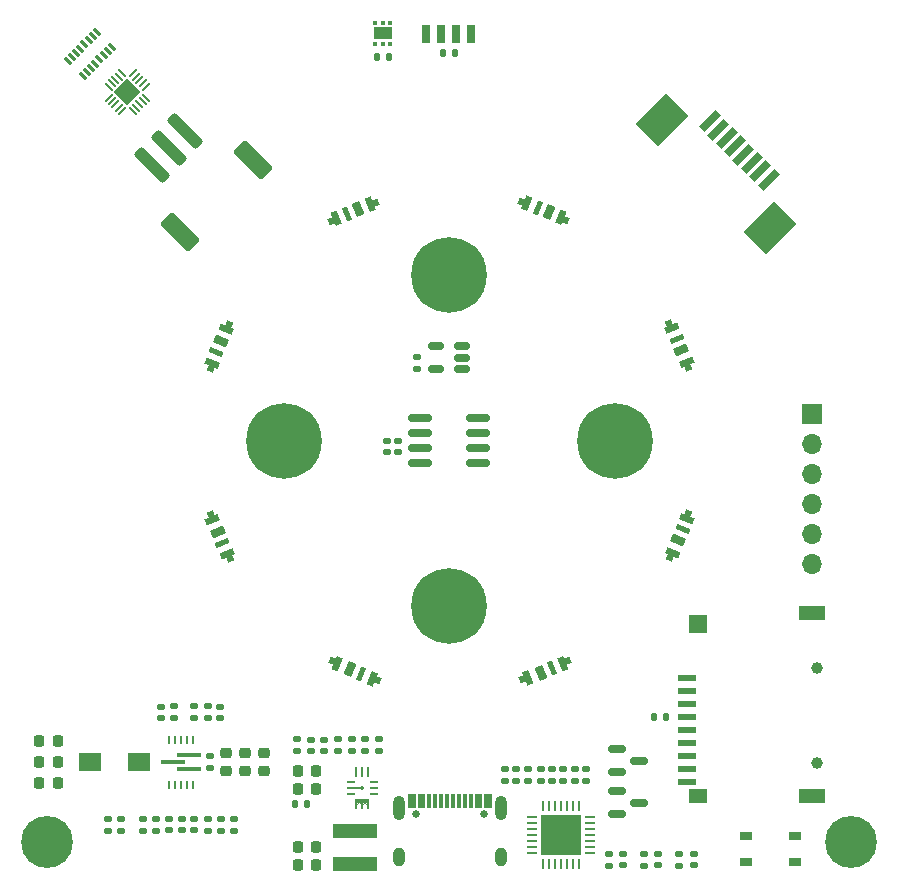
<source format=gbr>
%TF.GenerationSoftware,KiCad,Pcbnew,(6.0.4)*%
%TF.CreationDate,2022-07-14T17:54:29+08:00*%
%TF.ProjectId,SmartKnob_Main,536d6172-744b-46e6-9f62-5f4d61696e2e,rev?*%
%TF.SameCoordinates,Original*%
%TF.FileFunction,Soldermask,Top*%
%TF.FilePolarity,Negative*%
%FSLAX46Y46*%
G04 Gerber Fmt 4.6, Leading zero omitted, Abs format (unit mm)*
G04 Created by KiCad (PCBNEW (6.0.4)) date 2022-07-14 17:54:29*
%MOMM*%
%LPD*%
G01*
G04 APERTURE LIST*
G04 Aperture macros list*
%AMRoundRect*
0 Rectangle with rounded corners*
0 $1 Rounding radius*
0 $2 $3 $4 $5 $6 $7 $8 $9 X,Y pos of 4 corners*
0 Add a 4 corners polygon primitive as box body*
4,1,4,$2,$3,$4,$5,$6,$7,$8,$9,$2,$3,0*
0 Add four circle primitives for the rounded corners*
1,1,$1+$1,$2,$3*
1,1,$1+$1,$4,$5*
1,1,$1+$1,$6,$7*
1,1,$1+$1,$8,$9*
0 Add four rect primitives between the rounded corners*
20,1,$1+$1,$2,$3,$4,$5,0*
20,1,$1+$1,$4,$5,$6,$7,0*
20,1,$1+$1,$6,$7,$8,$9,0*
20,1,$1+$1,$8,$9,$2,$3,0*%
%AMRotRect*
0 Rectangle, with rotation*
0 The origin of the aperture is its center*
0 $1 length*
0 $2 width*
0 $3 Rotation angle, in degrees counterclockwise*
0 Add horizontal line*
21,1,$1,$2,0,0,$3*%
%AMOutline4P*
0 Free polygon, 4 corners , with rotation*
0 The origin of the aperture is its center*
0 number of corners: always 4*
0 $1 to $8 corner X, Y*
0 $9 Rotation angle, in degrees counterclockwise*
0 create outline with 4 corners*
4,1,4,$1,$2,$3,$4,$5,$6,$7,$8,$1,$2,$9*%
%AMFreePoly0*
4,1,9,0.499999,-0.675000,-0.050000,-0.675000,-0.050000,-0.275000,-0.500000,-0.275000,-0.500000,0.275000,-0.050000,0.275000,-0.050000,0.525000,0.500000,0.525000,0.499999,-0.675000,0.499999,-0.675000,$1*%
%AMFreePoly1*
4,1,9,0.050000,0.275000,0.500000,0.275000,0.500000,-0.275000,0.050000,-0.275000,0.050000,-0.675000,-0.500000,-0.675000,-0.500000,0.525000,0.050000,0.525000,0.050000,0.275000,0.050000,0.275000,$1*%
G04 Aperture macros list end*
%ADD10RoundRect,0.140000X-0.170000X0.140000X-0.170000X-0.140000X0.170000X-0.140000X0.170000X0.140000X0*%
%ADD11RoundRect,0.147500X0.172500X-0.147500X0.172500X0.147500X-0.172500X0.147500X-0.172500X-0.147500X0*%
%ADD12RoundRect,0.135000X0.185000X-0.135000X0.185000X0.135000X-0.185000X0.135000X-0.185000X-0.135000X0*%
%ADD13RoundRect,0.135000X-0.185000X0.135000X-0.185000X-0.135000X0.185000X-0.135000X0.185000X0.135000X0*%
%ADD14RoundRect,0.150000X-0.587500X-0.150000X0.587500X-0.150000X0.587500X0.150000X-0.587500X0.150000X0*%
%ADD15RoundRect,0.225000X-0.250000X0.225000X-0.250000X-0.225000X0.250000X-0.225000X0.250000X0.225000X0*%
%ADD16RoundRect,0.093750X-0.106250X0.093750X-0.106250X-0.093750X0.106250X-0.093750X0.106250X0.093750X0*%
%ADD17R,1.600000X1.000000*%
%ADD18R,1.900000X1.600000*%
%ADD19C,0.800000*%
%ADD20C,6.400000*%
%ADD21RoundRect,0.150000X-0.825000X-0.150000X0.825000X-0.150000X0.825000X0.150000X-0.825000X0.150000X0*%
%ADD22RoundRect,0.140000X0.140000X0.170000X-0.140000X0.170000X-0.140000X-0.170000X0.140000X-0.170000X0*%
%ADD23FreePoly0,247.500000*%
%ADD24RotRect,0.700000X1.200000X247.500000*%
%ADD25RotRect,0.450000X1.200000X247.500000*%
%ADD26FreePoly1,247.500000*%
%ADD27RoundRect,0.225000X0.225000X0.250000X-0.225000X0.250000X-0.225000X-0.250000X0.225000X-0.250000X0*%
%ADD28R,1.050000X0.650000*%
%ADD29O,0.750000X0.250000*%
%ADD30O,0.250000X0.900000*%
%ADD31O,0.500000X0.300000*%
%ADD32Outline4P,-0.050000X-0.150000X0.050000X-0.150000X0.050000X0.150000X-0.050000X0.150000X45.000000*%
%ADD33RoundRect,0.100000X0.525000X0.100000X-0.525000X0.100000X-0.525000X-0.100000X0.525000X-0.100000X0*%
%ADD34Outline4P,-0.050000X-0.150000X0.050000X-0.150000X0.050000X0.150000X-0.050000X0.150000X315.000000*%
%ADD35Outline4P,-0.050000X-0.150000X0.050000X-0.150000X0.050000X0.150000X-0.050000X0.150000X135.000000*%
%ADD36FreePoly0,112.500000*%
%ADD37RotRect,0.700000X1.200000X112.500000*%
%ADD38RotRect,0.450000X1.200000X112.500000*%
%ADD39FreePoly1,112.500000*%
%ADD40C,4.400000*%
%ADD41C,0.700000*%
%ADD42RoundRect,0.140000X0.170000X-0.140000X0.170000X0.140000X-0.170000X0.140000X-0.170000X-0.140000X0*%
%ADD43RoundRect,0.050000X0.229810X0.300520X-0.300520X-0.229810X-0.229810X-0.300520X0.300520X0.229810X0*%
%ADD44RoundRect,0.050000X-0.229810X0.300520X-0.300520X0.229810X0.229810X-0.300520X0.300520X-0.229810X0*%
%ADD45RotRect,1.650000X1.650000X225.000000*%
%ADD46FreePoly0,292.500000*%
%ADD47RotRect,0.700000X1.200000X292.500000*%
%ADD48RotRect,0.450000X1.200000X292.500000*%
%ADD49FreePoly1,292.500000*%
%ADD50C,1.000000*%
%ADD51R,1.500000X0.600000*%
%ADD52R,2.200000X1.200000*%
%ADD53R,1.500000X1.200000*%
%ADD54R,1.500000X1.600000*%
%ADD55R,2.000000X0.300000*%
%ADD56R,0.250000X0.800000*%
%ADD57FreePoly0,67.500000*%
%ADD58RotRect,0.700000X1.200000X67.500000*%
%ADD59RotRect,0.450000X1.200000X67.500000*%
%ADD60FreePoly1,67.500000*%
%ADD61R,3.700000X1.200000*%
%ADD62C,0.650000*%
%ADD63R,0.300000X1.150000*%
%ADD64O,1.000000X1.600000*%
%ADD65O,1.000000X2.100000*%
%ADD66R,1.700000X1.700000*%
%ADD67O,1.700000X1.700000*%
%ADD68RoundRect,0.150000X0.512500X0.150000X-0.512500X0.150000X-0.512500X-0.150000X0.512500X-0.150000X0*%
%ADD69R,0.700000X1.600000*%
%ADD70RotRect,0.800000X0.300000X135.000000*%
%ADD71FreePoly0,337.500000*%
%ADD72RotRect,0.700000X1.200000X337.500000*%
%ADD73RotRect,0.450000X1.200000X337.500000*%
%ADD74FreePoly1,337.500000*%
%ADD75RoundRect,0.250000X0.883883X-1.237437X1.237437X-0.883883X-0.883883X1.237437X-1.237437X0.883883X0*%
%ADD76RoundRect,0.250001X0.671751X-1.378857X1.378857X-0.671751X-0.671751X1.378857X-1.378857X0.671751X0*%
%ADD77FreePoly0,202.500000*%
%ADD78RotRect,0.700000X1.200000X202.500000*%
%ADD79RotRect,0.450000X1.200000X202.500000*%
%ADD80FreePoly1,202.500000*%
%ADD81RoundRect,0.147500X-0.172500X0.147500X-0.172500X-0.147500X0.172500X-0.147500X0.172500X0.147500X0*%
%ADD82FreePoly0,157.500000*%
%ADD83RotRect,0.700000X1.200000X157.500000*%
%ADD84RotRect,0.450000X1.200000X157.500000*%
%ADD85FreePoly1,157.500000*%
%ADD86RoundRect,0.140000X-0.140000X-0.170000X0.140000X-0.170000X0.140000X0.170000X-0.140000X0.170000X0*%
%ADD87FreePoly0,22.500000*%
%ADD88RotRect,0.700000X1.200000X22.500000*%
%ADD89RotRect,0.450000X1.200000X22.500000*%
%ADD90FreePoly1,22.500000*%
%ADD91RotRect,0.610000X2.000000X315.000000*%
%ADD92RotRect,2.680000X3.600000X315.000000*%
%ADD93RoundRect,0.062500X-0.337500X-0.062500X0.337500X-0.062500X0.337500X0.062500X-0.337500X0.062500X0*%
%ADD94RoundRect,0.062500X-0.062500X-0.337500X0.062500X-0.337500X0.062500X0.337500X-0.062500X0.337500X0*%
%ADD95R,3.350000X3.350000*%
G04 APERTURE END LIST*
D10*
%TO.C,C36*%
X148411756Y-127020000D03*
X148411756Y-127980000D03*
%TD*%
D11*
%TO.C,D5*%
X184683829Y-130947496D03*
X184683829Y-129977496D03*
%TD*%
D12*
%TO.C,R18*%
X177770000Y-123789999D03*
X177770000Y-122769999D03*
%TD*%
D13*
%TO.C,R29*%
X141055094Y-126980000D03*
X141055094Y-128000000D03*
%TD*%
D10*
%TO.C,C33*%
X147313979Y-127020000D03*
X147313979Y-127980000D03*
%TD*%
D14*
%TO.C,Q2*%
X184187594Y-124690000D03*
X184187594Y-126590000D03*
X186062594Y-125640000D03*
%TD*%
D15*
%TO.C,C39*%
X151055094Y-121425000D03*
X151055094Y-122975000D03*
%TD*%
D12*
%TO.C,R33*%
X149519533Y-128010000D03*
X149519533Y-126990000D03*
%TD*%
D16*
%TO.C,U9*%
X165005094Y-59612500D03*
X164355094Y-59612500D03*
X163705094Y-59612500D03*
X163705094Y-61387500D03*
X164355094Y-61387500D03*
X165005094Y-61387500D03*
D17*
X164355094Y-60500000D03*
%TD*%
D18*
%TO.C,L2*%
X139605094Y-122200000D03*
X143705094Y-122200000D03*
%TD*%
D12*
%TO.C,R34*%
X151755094Y-128010000D03*
X151755094Y-126990000D03*
%TD*%
D19*
%TO.C,H4*%
X171697056Y-79302944D03*
X170000000Y-83400000D03*
X172400000Y-81000000D03*
D20*
X170000000Y-81000000D03*
D19*
X167600000Y-81000000D03*
X171697056Y-82697056D03*
X170000000Y-78600000D03*
X168302944Y-79302944D03*
X168302944Y-82697056D03*
%TD*%
D21*
%TO.C,U7*%
X167480094Y-93095000D03*
X167480094Y-94365000D03*
X167480094Y-95635000D03*
X167480094Y-96905000D03*
X172430094Y-96905000D03*
X172430094Y-95635000D03*
X172430094Y-94365000D03*
X172430094Y-93095000D03*
%TD*%
D14*
%TO.C,Q1*%
X184177594Y-121120000D03*
X184177594Y-123020000D03*
X186052594Y-122070000D03*
%TD*%
D22*
%TO.C,C25*%
X164855093Y-62494999D03*
X163895093Y-62494999D03*
%TD*%
D19*
%TO.C,H5*%
X182302944Y-93302944D03*
X185697056Y-93302944D03*
X184000000Y-92600000D03*
X184000000Y-97400000D03*
X185697056Y-96697056D03*
X186400000Y-95000000D03*
D20*
X184000000Y-95000000D03*
D19*
X182302944Y-96697056D03*
X181600000Y-95000000D03*
%TD*%
D23*
%TO.C,D7*%
X151245922Y-85348443D03*
D24*
X150660008Y-86566979D03*
D25*
X150267758Y-87513956D03*
D26*
X149868262Y-88674409D03*
%TD*%
D27*
%TO.C,C31*%
X136830088Y-120400000D03*
X135280088Y-120400000D03*
%TD*%
D28*
%TO.C,SW2*%
X195104594Y-130644999D03*
X199254594Y-130644999D03*
X195129594Y-128494999D03*
X199254594Y-128494999D03*
%TD*%
D27*
%TO.C,C1*%
X158715000Y-122990000D03*
X157165000Y-122990000D03*
%TD*%
D12*
%TO.C,R8*%
X181530000Y-123790000D03*
X181530000Y-122770000D03*
%TD*%
D13*
%TO.C,R16*%
X183483829Y-129952496D03*
X183483829Y-130972496D03*
%TD*%
D29*
%TO.C,U2*%
X163575000Y-124920000D03*
X163575000Y-124420000D03*
X163575000Y-123920000D03*
D30*
X163100000Y-123070000D03*
X162600000Y-123070000D03*
X162100000Y-123070000D03*
D29*
X161625000Y-123920000D03*
X162030000Y-124420000D03*
X162270000Y-124420000D03*
X161625000Y-124420000D03*
D31*
X162600000Y-124420000D03*
D29*
X161625000Y-124920000D03*
D32*
X162470000Y-125730000D03*
D30*
X162100000Y-125770000D03*
D33*
X162600000Y-125520000D03*
D34*
X162220000Y-125740000D03*
D35*
X162730000Y-125730000D03*
D32*
X162970000Y-125730000D03*
D30*
X162600000Y-125770000D03*
X163100000Y-125770000D03*
%TD*%
D11*
%TO.C,D1*%
X190683829Y-130947496D03*
X190683829Y-129977496D03*
%TD*%
D12*
%TO.C,R30*%
X146707094Y-118510000D03*
X146707094Y-117490000D03*
%TD*%
%TO.C,R2*%
X179650000Y-123790000D03*
X179650000Y-122770000D03*
%TD*%
D36*
%TO.C,D12*%
X190085817Y-88563546D03*
D37*
X189638485Y-87287608D03*
D38*
X189246235Y-86340631D03*
D39*
X188708157Y-85237580D03*
%TD*%
D10*
%TO.C,C9*%
X174690000Y-122800000D03*
X174690000Y-123760000D03*
%TD*%
D12*
%TO.C,NC1*%
X145155094Y-128010000D03*
X145155094Y-126990000D03*
%TD*%
D40*
%TO.C,H1*%
X203955094Y-129000000D03*
D41*
X202788368Y-127833274D03*
X205605094Y-129000000D03*
X205121820Y-127833274D03*
X203955094Y-127350000D03*
X205121820Y-130166726D03*
X202788368Y-130166726D03*
X202305094Y-129000000D03*
X203955094Y-130650000D03*
%TD*%
D10*
%TO.C,C22*%
X165655094Y-95020000D03*
X165655094Y-95980000D03*
%TD*%
%TO.C,C24*%
X164675094Y-95020000D03*
X164675094Y-95980000D03*
%TD*%
D42*
%TO.C,C7*%
X159413333Y-121260000D03*
X159413333Y-120300000D03*
%TD*%
D43*
%TO.C,U6*%
X144320779Y-65015076D03*
X144037937Y-64732233D03*
X143755094Y-64449390D03*
X143472251Y-64166547D03*
X143189408Y-63883705D03*
D44*
X142270170Y-63883705D03*
X141987327Y-64166547D03*
X141704484Y-64449390D03*
X141421641Y-64732233D03*
X141138799Y-65015076D03*
D43*
X141138799Y-65934314D03*
X141421641Y-66217157D03*
X141704484Y-66500000D03*
X141987327Y-66782843D03*
X142270170Y-67065685D03*
D44*
X143189408Y-67065685D03*
X143472251Y-66782843D03*
X143755094Y-66500000D03*
X144037937Y-66217157D03*
X144320779Y-65934314D03*
D45*
X142729789Y-65474695D03*
%TD*%
D41*
%TO.C,H2*%
X134305094Y-129000000D03*
D40*
X135955094Y-129000000D03*
D41*
X137605094Y-129000000D03*
X137121820Y-130166726D03*
X135955094Y-127350000D03*
X137121820Y-127833274D03*
X134788368Y-127833274D03*
X135955094Y-130650000D03*
X134788368Y-130166726D03*
%TD*%
D46*
%TO.C,D8*%
X149914183Y-101436454D03*
D47*
X150361515Y-102712392D03*
D48*
X150753765Y-103659369D03*
D49*
X151291843Y-104762420D03*
%TD*%
D50*
%TO.C,J2*%
X201075094Y-122275000D03*
X201075094Y-114275000D03*
D51*
X190075094Y-115075000D03*
X190075094Y-116175000D03*
X190075094Y-117275000D03*
X190075094Y-118375000D03*
X190075094Y-119475000D03*
X190075094Y-120575000D03*
X190075094Y-121675000D03*
X190075094Y-122775000D03*
X190075094Y-123875000D03*
D52*
X200675094Y-109575000D03*
X200675094Y-125075000D03*
D53*
X191075094Y-125075000D03*
D54*
X191075094Y-110475000D03*
%TD*%
D42*
%TO.C,C28*%
X167225094Y-88900000D03*
X167225094Y-87940000D03*
%TD*%
D12*
%TO.C,R14*%
X186475094Y-130990000D03*
X186475094Y-129970000D03*
%TD*%
D19*
%TO.C,H6*%
X157697056Y-93302944D03*
X158400000Y-95000000D03*
X156000000Y-92600000D03*
X156000000Y-97400000D03*
D20*
X156000000Y-95000000D03*
D19*
X154302944Y-93302944D03*
X157697056Y-96697056D03*
X154302944Y-96697056D03*
X153600000Y-95000000D03*
%TD*%
D55*
%TO.C,U12*%
X146605094Y-122200000D03*
D56*
X146255094Y-124100000D03*
X146755094Y-124100000D03*
X147255094Y-124100000D03*
X147755094Y-124100000D03*
X148255094Y-124100000D03*
D55*
X147905094Y-122800000D03*
X147905094Y-121600000D03*
D56*
X148255094Y-120300000D03*
X147755094Y-120300000D03*
X147255094Y-120300000D03*
X146755094Y-120300000D03*
X146255094Y-120300000D03*
%TD*%
D10*
%TO.C,C32*%
X146216202Y-127020000D03*
X146216202Y-127980000D03*
%TD*%
D13*
%TO.C,R10*%
X162873331Y-120270000D03*
X162873331Y-121290000D03*
%TD*%
D57*
%TO.C,D11*%
X188754078Y-104651557D03*
D58*
X189339992Y-103433021D03*
D59*
X189732242Y-102486044D03*
D60*
X190131738Y-101325591D03*
%TD*%
D61*
%TO.C,L1*%
X162000000Y-128000000D03*
X162000000Y-130800000D03*
%TD*%
D27*
%TO.C,C13*%
X158715000Y-130920000D03*
X157165000Y-130920000D03*
%TD*%
D62*
%TO.C,J1*%
X172940000Y-126595000D03*
X167160000Y-126595000D03*
D63*
X166700000Y-125530000D03*
X167500000Y-125530000D03*
X168800000Y-125530000D03*
X169800000Y-125530000D03*
X170300000Y-125530000D03*
X171300000Y-125530000D03*
X172600000Y-125530000D03*
X173400000Y-125530000D03*
X173100000Y-125530000D03*
X172300000Y-125530000D03*
X171800000Y-125530000D03*
X170800000Y-125530000D03*
X169300000Y-125530000D03*
X168300000Y-125530000D03*
X167800000Y-125530000D03*
X167000000Y-125530000D03*
D64*
X174370000Y-130275000D03*
D65*
X165730000Y-126095000D03*
D64*
X165730000Y-130275000D03*
D65*
X174370000Y-126095000D03*
%TD*%
D42*
%TO.C,C10*%
X176690000Y-123760000D03*
X176690000Y-122800000D03*
%TD*%
D27*
%TO.C,C29*%
X136830094Y-124000000D03*
X135280094Y-124000000D03*
%TD*%
D12*
%TO.C,R3*%
X178710000Y-123790000D03*
X178710000Y-122770000D03*
%TD*%
D13*
%TO.C,R32*%
X149555094Y-117490000D03*
X149555094Y-118510000D03*
%TD*%
D66*
%TO.C,J5*%
X200655094Y-92740000D03*
D67*
X200655094Y-95280000D03*
X200655094Y-97820000D03*
X200655094Y-100360000D03*
X200655094Y-102900000D03*
X200655094Y-105440000D03*
%TD*%
D10*
%TO.C,C8*%
X175620000Y-122800000D03*
X175620000Y-123760000D03*
%TD*%
D68*
%TO.C,U4*%
X171092594Y-88900000D03*
X171092594Y-87950000D03*
X171092594Y-87000000D03*
X168817594Y-87000000D03*
X168817594Y-88900000D03*
%TD*%
D69*
%TO.C,U8*%
X168040094Y-60547500D03*
X169310094Y-60547500D03*
X170580094Y-60547500D03*
X171850094Y-60547500D03*
%TD*%
D13*
%TO.C,R6*%
X157110001Y-120270000D03*
X157110001Y-121290000D03*
%TD*%
D12*
%TO.C,R17*%
X180590000Y-123789999D03*
X180590000Y-122769999D03*
%TD*%
D70*
%TO.C,RN1*%
X138954053Y-64123833D03*
X139307607Y-63770280D03*
X139661160Y-63416726D03*
X140014713Y-63063173D03*
X140368267Y-62709619D03*
X140721820Y-62356066D03*
X141075374Y-62002513D03*
X141428927Y-61648959D03*
X140156135Y-60376167D03*
X139802581Y-60729720D03*
X139449028Y-61083274D03*
X139095475Y-61436827D03*
X138741921Y-61790381D03*
X138388368Y-62143934D03*
X138034814Y-62497487D03*
X137681261Y-62851041D03*
%TD*%
D71*
%TO.C,D9*%
X160348443Y-113754078D03*
D72*
X161566979Y-114339992D03*
D73*
X162513956Y-114732242D03*
D74*
X163674409Y-115131738D03*
%TD*%
D12*
%TO.C,NC2*%
X144055094Y-128010000D03*
X144055094Y-126990000D03*
%TD*%
%TO.C,R28*%
X142172871Y-128000000D03*
X142172871Y-126980000D03*
%TD*%
D75*
%TO.C,J3*%
X144810880Y-71634213D03*
X146225094Y-70220000D03*
X147639307Y-68805786D03*
D76*
X153366872Y-71209949D03*
X147215043Y-77361778D03*
%TD*%
D22*
%TO.C,C20*%
X188312594Y-118375000D03*
X187352594Y-118375000D03*
%TD*%
D77*
%TO.C,D6*%
X163563546Y-74914183D03*
D78*
X162287608Y-75361515D03*
D79*
X161340631Y-75753765D03*
D80*
X160237580Y-76291843D03*
%TD*%
D10*
%TO.C,C34*%
X145555094Y-117520000D03*
X145555094Y-118480000D03*
%TD*%
D81*
%TO.C,D3*%
X158266667Y-120292500D03*
X158266667Y-121262500D03*
%TD*%
D13*
%TO.C,R7*%
X161716665Y-120270000D03*
X161716665Y-121290000D03*
%TD*%
D12*
%TO.C,R31*%
X148393094Y-118510000D03*
X148393094Y-117490000D03*
%TD*%
D10*
%TO.C,C35*%
X150555094Y-117520000D03*
X150555094Y-118480000D03*
%TD*%
D12*
%TO.C,R13*%
X189475094Y-130990000D03*
X189475094Y-129970000D03*
%TD*%
D13*
%TO.C,R35*%
X150637310Y-126990000D03*
X150637310Y-128010000D03*
%TD*%
D82*
%TO.C,D13*%
X179651557Y-76245922D03*
D83*
X178433021Y-75660008D03*
D84*
X177486044Y-75267758D03*
D85*
X176325591Y-74868262D03*
%TD*%
D86*
%TO.C,C27*%
X169470094Y-62200000D03*
X170430094Y-62200000D03*
%TD*%
D15*
%TO.C,C37*%
X154255094Y-121425000D03*
X154255094Y-122975000D03*
%TD*%
D19*
%TO.C,H3*%
X172400000Y-109000000D03*
X171697056Y-107302944D03*
X168302944Y-110697056D03*
X168302944Y-107302944D03*
X171697056Y-110697056D03*
D20*
X170000000Y-109000000D03*
D19*
X170000000Y-106600000D03*
X170000000Y-111400000D03*
X167600000Y-109000000D03*
%TD*%
D87*
%TO.C,D10*%
X176436454Y-115085817D03*
D88*
X177712392Y-114638485D03*
D89*
X178659369Y-114246235D03*
D90*
X179762420Y-113708157D03*
%TD*%
D11*
%TO.C,D2*%
X187683829Y-130947496D03*
X187683829Y-129977496D03*
%TD*%
D27*
%TO.C,C30*%
X136830094Y-122200000D03*
X135280094Y-122200000D03*
%TD*%
D15*
%TO.C,C38*%
X152655094Y-121425000D03*
X152655094Y-122975000D03*
%TD*%
D91*
%TO.C,J7*%
X192061160Y-67944187D03*
X192768267Y-68651294D03*
X193475374Y-69358401D03*
X194182481Y-70065507D03*
X194889588Y-70772614D03*
X195596694Y-71479721D03*
X196303801Y-72186828D03*
X197010908Y-72893935D03*
D92*
X197145258Y-76988083D03*
X187967012Y-67809837D03*
%TD*%
D22*
%TO.C,C4*%
X157910001Y-125760000D03*
X156950001Y-125760000D03*
%TD*%
D27*
%TO.C,C11*%
X158715000Y-129360000D03*
X157165000Y-129360000D03*
%TD*%
D10*
%TO.C,C40*%
X149755094Y-121720000D03*
X149755094Y-122680000D03*
%TD*%
D93*
%TO.C,U3*%
X176990000Y-126870000D03*
X176990000Y-127370000D03*
X176990000Y-127870000D03*
X176990000Y-128370000D03*
X176990000Y-128870000D03*
X176990000Y-129370000D03*
X176990000Y-129870000D03*
D94*
X177940000Y-130820000D03*
X178440000Y-130820000D03*
X178940000Y-130820000D03*
X179440000Y-130820000D03*
X179940000Y-130820000D03*
X180440000Y-130820000D03*
X180940000Y-130820000D03*
D93*
X181890000Y-129870000D03*
X181890000Y-129370000D03*
X181890000Y-128870000D03*
X181890000Y-128370000D03*
X181890000Y-127870000D03*
X181890000Y-127370000D03*
X181890000Y-126870000D03*
D94*
X180940000Y-125920000D03*
X180440000Y-125920000D03*
X179940000Y-125920000D03*
X179440000Y-125920000D03*
X178940000Y-125920000D03*
X178440000Y-125920000D03*
X177940000Y-125920000D03*
D95*
X179440000Y-128370000D03*
%TD*%
D27*
%TO.C,C2*%
X158715000Y-124450000D03*
X157165000Y-124450000D03*
%TD*%
D12*
%TO.C,R5*%
X160559999Y-121290000D03*
X160559999Y-120270000D03*
%TD*%
%TO.C,R11*%
X164030000Y-121290000D03*
X164030000Y-120270000D03*
%TD*%
M02*

</source>
